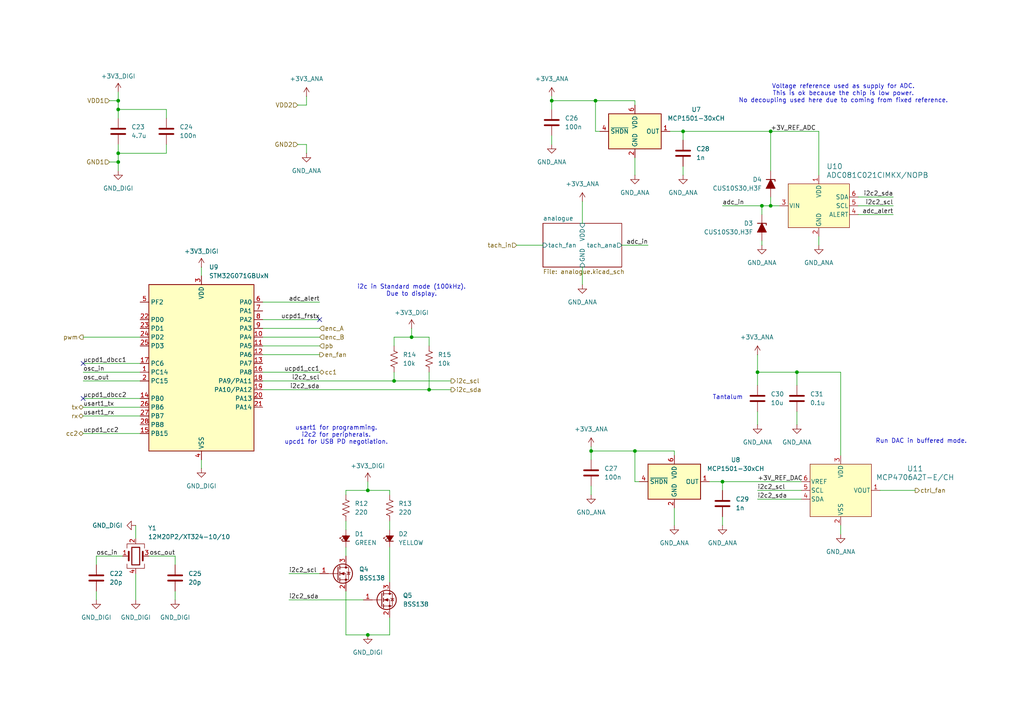
<source format=kicad_sch>
(kicad_sch (version 20231120) (generator "eeschema") (generator_version "8.0")
  (paper "A4")
  (lib_symbols
    (symbol "Device:C" (pin_numbers hide) (pin_names (offset 0.254))
      (property "Reference" "C" (at 0.635 2.54 0))
      (property "Value" "C" (at 0.635 -2.54 0))
      (symbol "C_0_1"
        (polyline (pts (xy -2.032 -0.762) (xy 2.032 -0.762)) (stroke (width 0.508)))
        (polyline (pts (xy -2.032 0.762) (xy 2.032 0.762)) (stroke (width 0.508)))
      )
      (symbol "C_1_1"
        (pin passive line (at 0 3.81 270) (length 2.794) (name "~") (number "1"))
        (pin passive line (at 0 -3.81 90) (length 2.794) (name "~") (number "2"))
      )
    )
    (symbol "Device:Crystal_GND24" (pin_names (offset 1.016) hide)
      (property "Reference" "Y" (at 3.175 5.08 0))
      (property "Value" "Crystal_GND24" (at 3.175 3.175 0))
      (symbol "Crystal_GND24_0_1"
        (rectangle (start -1.143 2.54) (end 1.143 -2.54) (stroke (width 0.3048)))
        (polyline (pts (xy -2.54 0) (xy -2.032 0)))
        (polyline (pts (xy -2.032 -1.27) (xy -2.032 1.27)) (stroke (width 0.508)))
        (polyline (pts (xy 0 -3.81) (xy 0 -3.556)))
        (polyline (pts (xy 0 3.556) (xy 0 3.81)))
        (polyline (pts (xy 2.032 -1.27) (xy 2.032 1.27)) (stroke (width 0.508)))
        (polyline (pts (xy 2.032 0) (xy 2.54 0)))
        (polyline (pts (xy -2.54 -2.286) (xy -2.54 -3.556) (xy 2.54 -3.556) (xy 2.54 -2.286)))
        (polyline (pts (xy -2.54 2.286) (xy -2.54 3.556) (xy 2.54 3.556) (xy 2.54 2.286)))
      )
      (symbol "Crystal_GND24_1_1"
        (pin passive line (at -3.81 0 0) (length 1.27) (name "1") (number "1"))
        (pin passive line (at 0 5.08 270) (length 1.27) (name "2") (number "2"))
        (pin passive line (at 3.81 0 180) (length 1.27) (name "3") (number "3"))
        (pin passive line (at 0 -5.08 90) (length 1.27) (name "4") (number "4"))
      )
    )
    (symbol "Device:D_Zener_Filled" (pin_numbers hide) (pin_names (offset 1.016) hide)
      (property "Reference" "D" (at 0 2.54 0))
      (property "Value" "D_Zener_Filled" (at 0 -2.54 0))
      (symbol "D_Zener_Filled_0_1"
        (polyline (pts (xy 1.27 0) (xy -1.27 0)))
        (polyline (pts (xy -1.27 -1.27) (xy -1.27 1.27) (xy -0.762 1.27)) (stroke (width 0.254)))
        (polyline (pts (xy 1.27 -1.27) (xy 1.27 1.27) (xy -1.27 0) (xy 1.27 -1.27)) (stroke (width 0.254)) (fill (type outline)))
      )
      (symbol "D_Zener_Filled_1_1"
        (pin passive line (at -3.81 0 0) (length 2.54) (name "K") (number "1"))
        (pin passive line (at 3.81 0 180) (length 2.54) (name "A") (number "2"))
      )
    )
    (symbol "Device:LED_Small_Filled" (pin_numbers hide) (pin_names (offset 0.254) hide)
      (property "Reference" "D" (at -1.27 3.175 0))
      (property "Value" "LED_Small_Filled" (at -4.445 -2.54 0))
      (symbol "LED_Small_Filled_0_1"
        (polyline (pts (xy -0.762 -1.016) (xy -0.762 1.016)) (stroke (width 0.254)))
        (polyline (pts (xy 1.016 0) (xy -0.762 0)))
        (polyline (pts (xy 0.762 -1.016) (xy -0.762 0) (xy 0.762 1.016) (xy 0.762 -1.016)) (stroke (width 0.254)) (fill (type outline)))
        (polyline (pts (xy 0 0.762) (xy -0.508 1.27) (xy -0.254 1.27) (xy -0.508 1.27) (xy -0.508 1.016)))
        (polyline (pts (xy 0.508 1.27) (xy 0 1.778) (xy 0.254 1.778) (xy 0 1.778) (xy 0 1.524)))
      )
      (symbol "LED_Small_Filled_1_1"
        (pin passive line (at -2.54 0 0) (length 1.778) (name "K") (number "1"))
        (pin passive line (at 2.54 0 180) (length 1.778) (name "A") (number "2"))
      )
    )
    (symbol "Device:R_US" (pin_numbers hide) (pin_names (offset 0))
      (property "Reference" "R" (at 2.54 0 90))
      (property "Value" "R_US" (at -2.54 0 90))
      (symbol "R_US_0_1"
        (polyline (pts (xy 0 -2.286) (xy 0 -2.54)))
        (polyline (pts (xy 0 2.286) (xy 0 2.54)))
        (polyline (pts (xy 0 -0.762) (xy 1.016 -1.143) (xy 0 -1.524) (xy -1.016 -1.905) (xy 0 -2.286)))
        (polyline (pts (xy 0 0.762) (xy 1.016 0.381) (xy 0 0) (xy -1.016 -0.381) (xy 0 -0.762)))
        (polyline (pts (xy 0 2.286) (xy 1.016 1.905) (xy 0 1.524) (xy -1.016 1.143) (xy 0 0.762)))
      )
      (symbol "R_US_1_1"
        (pin passive line (at 0 3.81 270) (length 1.27) (name "~") (number "1"))
        (pin passive line (at 0 -3.81 90) (length 1.27) (name "~") (number "2"))
      )
    )
    (symbol "MCU_ST_STM32G0:STM32G071GBUxN"
      (property "Reference" "U" (at -15.24 26.67 0))
      (property "Value" "STM32G071GBUxN" (at 2.54 26.67 0))
      (symbol "STM32G071GBUxN_0_1"
        (rectangle (start -15.24 -22.86) (end 15.24 25.4) (stroke (width 0.254)) (fill (type background)))
      )
      (symbol "STM32G071GBUxN_1_1"
        (pin bidirectional line (at -17.78 0 0) (length 2.54) (name "PC14") (number "1"))
        (pin bidirectional line (at 17.78 10.16 180) (length 2.54) (name "PA4") (number "10"))
        (pin bidirectional line (at 17.78 7.62 180) (length 2.54) (name "PA5") (number "11"))
        (pin bidirectional line (at 17.78 5.08 180) (length 2.54) (name "PA6") (number "12"))
        (pin bidirectional line (at 17.78 2.54 180) (length 2.54) (name "PA7") (number "13"))
        (pin bidirectional line (at -17.78 -7.62 0) (length 2.54) (name "PB0") (number "14"))
        (pin bidirectional line (at -17.78 -17.78 0) (length 2.54) (name "PB15") (number "15"))
        (pin bidirectional line (at 17.78 0 180) (length 2.54) (name "PA8") (number "16"))
        (pin bidirectional line (at -17.78 2.54 0) (length 2.54) (name "PC6") (number "17"))
        (pin bidirectional line (at 17.78 -2.54 180) (length 2.54) (name "PA9/PA11") (number "18"))
        (pin bidirectional line (at 17.78 -5.08 180) (length 2.54) (name "PA10/PA12") (number "19"))
        (pin bidirectional line (at -17.78 -2.54 0) (length 2.54) (name "PC15") (number "2"))
        (pin bidirectional line (at 17.78 -7.62 180) (length 2.54) (name "PA13") (number "20"))
        (pin bidirectional line (at 17.78 -10.16 180) (length 2.54) (name "PA14") (number "21"))
        (pin bidirectional line (at -17.78 15.24 0) (length 2.54) (name "PD0") (number "22"))
        (pin bidirectional line (at -17.78 12.7 0) (length 2.54) (name "PD1") (number "23"))
        (pin bidirectional line (at -17.78 10.16 0) (length 2.54) (name "PD2") (number "24"))
        (pin bidirectional line (at -17.78 7.62 0) (length 2.54) (name "PD3") (number "25"))
        (pin bidirectional line (at -17.78 -10.16 0) (length 2.54) (name "PB6") (number "26"))
        (pin bidirectional line (at -17.78 -12.7 0) (length 2.54) (name "PB7") (number "27"))
        (pin bidirectional line (at -17.78 -15.24 0) (length 2.54) (name "PB8") (number "28"))
        (pin power_in line (at 0 27.94 270) (length 2.54) (name "VDD") (number "3"))
        (pin power_in line (at 0 -25.4 90) (length 2.54) (name "VSS") (number "4"))
        (pin bidirectional line (at -17.78 20.32 0) (length 2.54) (name "PF2") (number "5"))
        (pin bidirectional line (at 17.78 20.32 180) (length 2.54) (name "PA0") (number "6"))
        (pin bidirectional line (at 17.78 17.78 180) (length 2.54) (name "PA1") (number "7"))
        (pin bidirectional line (at 17.78 15.24 180) (length 2.54) (name "PA2") (number "8"))
        (pin bidirectional line (at 17.78 12.7 180) (length 2.54) (name "PA3") (number "9"))
      )
    )
    (symbol "Reference_Voltage:MCP1501-30xCH"
      (property "Reference" "U" (at -6.35 6.35 0))
      (property "Value" "MCP1501-30xCH" (at 10.16 6.35 0))
      (symbol "MCP1501-30xCH_0_0"
        (pin power_out line (at 10.16 0 180) (length 2.54) (name "OUT") (number "1"))
        (pin power_in line (at 0 -7.62 90) (length 2.54) (name "GND") (number "2"))
        (pin passive line (at 0 -7.62 90) (length 2.54) hide (name "GND") (number "3"))
        (pin input line (at -10.16 0 0) (length 2.54) (name "~{SHDN}") (number "4"))
        (pin passive line (at 0 -7.62 90) (length 2.54) hide (name "GND") (number "5"))
        (pin power_in line (at 0 7.62 270) (length 2.54) (name "VDD") (number "6"))
      )
      (symbol "MCP1501-30xCH_0_1"
        (rectangle (start -7.62 5.08) (end 7.62 -5.08) (stroke (width 0.254)) (fill (type background)))
      )
    )
    (symbol "Transistor_FET:BSS138" (pin_names hide)
      (property "Reference" "Q" (at 5.08 1.905 0))
      (property "Value" "BSS138" (at 5.08 0 0))
      (symbol "BSS138_0_1"
        (polyline (pts (xy 0.254 0) (xy -2.54 0)))
        (polyline (pts (xy 0.254 1.905) (xy 0.254 -1.905)) (stroke (width 0.254)))
        (polyline (pts (xy 0.762 -1.27) (xy 0.762 -2.286)) (stroke (width 0.254)))
        (polyline (pts (xy 0.762 0.508) (xy 0.762 -0.508)) (stroke (width 0.254)))
        (polyline (pts (xy 0.762 2.286) (xy 0.762 1.27)) (stroke (width 0.254)))
        (polyline (pts (xy 2.54 2.54) (xy 2.54 1.778)))
        (polyline (pts (xy 2.54 -2.54) (xy 2.54 0) (xy 0.762 0)))
        (polyline (pts (xy 0.762 -1.778) (xy 3.302 -1.778) (xy 3.302 1.778) (xy 0.762 1.778)))
        (polyline (pts (xy 1.016 0) (xy 2.032 0.381) (xy 2.032 -0.381) (xy 1.016 0)) (fill (type outline)))
        (polyline (pts (xy 2.794 0.508) (xy 2.921 0.381) (xy 3.683 0.381) (xy 3.81 0.254)))
        (polyline (pts (xy 3.302 0.381) (xy 2.921 -0.254) (xy 3.683 -0.254) (xy 3.302 0.381)))
        (circle (center 1.651 0) (radius 2.794) (stroke (width 0.254)))
        (circle (center 2.54 -1.778) (radius 0.254) (fill (type outline)))
        (circle (center 2.54 1.778) (radius 0.254) (fill (type outline)))
      )
      (symbol "BSS138_1_1"
        (pin input line (at -5.08 0 0) (length 2.54) (name "G") (number "1"))
        (pin passive line (at 2.54 -5.08 90) (length 2.54) (name "S") (number "2"))
        (pin passive line (at 2.54 5.08 270) (length 2.54) (name "D") (number "3"))
      )
    )
    (symbol "power:+3V3" (power) (pin_numbers hide) (pin_names (offset 0) hide)
      (property "Value" "+3V3" (at 0 3.556 0))
      (symbol "+3V3_0_1"
        (polyline (pts (xy -0.762 1.27) (xy 0 2.54)))
        (polyline (pts (xy 0 0) (xy 0 2.54)))
        (polyline (pts (xy 0 2.54) (xy 0.762 1.27)))
      )
      (symbol "+3V3_1_1"
        (pin power_in line (at 0 0 90) (length 0) (name "~") (number "1"))
      )
    )
    (symbol "power:GND" (power) (pin_numbers hide) (pin_names (offset 0) hide)
      (property "Value" "GND" (at 0 -3.81 0))
      (symbol "GND_0_1"
        (polyline (pts (xy 0 0) (xy 0 -1.27) (xy 1.27 -1.27) (xy 0 -2.54) (xy -1.27 -1.27) (xy 0 -1.27)))
      )
      (symbol "GND_1_1"
        (pin power_in line (at 0 0 270) (length 0) (name "~") (number "1"))
      )
    )
    (symbol "proj_symbols:ADC081C021CIMKX_NOPB" (pin_names (offset 0.254))
      (property "Reference" "U?" (at 1.778 11.43 0))
      (property "Value" "ADC081C021CIMKX/NOPB" (at 1.778 8.89 0))
      (symbol "ADC081C021CIMKX_NOPB_0_1"
        (pin power_in line (at 0 8.89 270) (length 2.54) (name "VDD") (number "1"))
        (pin power_in line (at 0 -8.89 90) (length 2.54) (name "GND") (number "2"))
        (pin input line (at -11.43 0 0) (length 2.54) (name "VIN") (number "3"))
        (pin output line (at 11.43 -2.54 180) (length 2.54) (name "ALERT") (number "4"))
        (pin input line (at 11.43 0 180) (length 2.54) (name "SCL") (number "5"))
        (pin bidirectional line (at 11.43 2.54 180) (length 2.54) (name "SDA") (number "6"))
      )
      (symbol "ADC081C021CIMKX_NOPB_1_1"
        (rectangle (start -8.89 6.35) (end 8.89 -6.35) (fill (type background)))
      )
    )
    (symbol "proj_symbols:MCP4706A2T-E_CH" (pin_names (offset 0.254))
      (property "Reference" "U?" (at 2.54 12.192 0))
      (property "Value" "MCP4706A2T-E/CH" (at 2.54 9.398 0))
      (symbol "MCP4706A2T-E_CH_0_1"
        (pin output line (at 11.43 0 180) (length 2.54) (name "VOUT") (number "1"))
        (pin power_in line (at 0 -10.16 90) (length 2.54) (name "VSS") (number "2"))
        (pin power_in line (at 0 10.16 270) (length 2.54) (name "VDD") (number "3"))
      )
      (symbol "MCP4706A2T-E_CH_1_1"
        (rectangle (start -8.89 7.62) (end 8.89 -7.62) (fill (type background)))
        (pin bidirectional line (at -11.43 -2.54 0) (length 2.54) (name "SDA") (number "4"))
        (pin input line (at -11.43 0 0) (length 2.54) (name "SCL") (number "5"))
        (pin input line (at -11.43 2.54 0) (length 2.54) (name "VREF") (number "6"))
      )
    )
  )
  (junction (at 171.45 130.81))
  (junction (at 231.14 107.95))
  (junction (at 119.38 97.79))
  (junction (at 160.02 29.21))
  (junction (at 34.29 31.75))
  (junction (at 34.29 44.45))
  (junction (at 34.29 29.21))
  (junction (at 219.71 107.95))
  (junction (at 209.55 139.7))
  (junction (at 220.98 59.69))
  (junction (at 124.46 113.03))
  (junction (at 223.52 38.1))
  (junction (at 198.12 38.1))
  (junction (at 114.3 110.49))
  (junction (at 184.15 130.81))
  (junction (at 106.68 184.15))
  (junction (at 172.72 29.21))
  (junction (at 106.68 142.24))
  (junction (at 34.29 46.99))
  (junction (at 223.52 59.69))
  (no_connect (at 24.13 115.57))
  (no_connect (at 92.71 92.71))
  (no_connect (at 24.13 105.41))
  (wire (pts (xy 114.3 107.95) (xy 114.3 110.49)))
  (wire (pts (xy 76.2 113.03) (xy 124.46 113.03)))
  (wire (pts (xy 100.33 158.75) (xy 100.33 161.29)))
  (wire (pts (xy 48.26 31.75) (xy 48.26 34.29)))
  (wire (pts (xy 195.58 130.81) (xy 195.58 132.08)))
  (wire (pts (xy 76.2 102.87) (xy 92.71 102.87)))
  (wire (pts (xy 34.29 31.75) (xy 48.26 31.75)))
  (wire (pts (xy 223.52 38.1) (xy 237.49 38.1)))
  (wire (pts (xy 24.13 107.95) (xy 40.64 107.95)))
  (wire (pts (xy 198.12 38.1) (xy 223.52 38.1)))
  (wire (pts (xy 83.82 173.99) (xy 105.41 173.99)))
  (wire (pts (xy 39.37 166.37) (xy 39.37 173.99)))
  (wire (pts (xy 220.98 59.69) (xy 220.98 62.23)))
  (wire (pts (xy 88.9 41.91) (xy 88.9 44.45)))
  (wire (pts (xy 209.55 139.7) (xy 209.55 142.24)))
  (wire (pts (xy 34.29 29.21) (xy 34.29 31.75)))
  (wire (pts (xy 184.15 139.7) (xy 184.15 130.81)))
  (wire (pts (xy 223.52 57.15) (xy 223.52 59.69)))
  (wire (pts (xy 168.91 58.42) (xy 168.91 64.77)))
  (wire (pts (xy 223.52 59.69) (xy 226.06 59.69)))
  (wire (pts (xy 113.03 151.13) (xy 113.03 153.67)))
  (wire (pts (xy 76.2 97.79) (xy 92.71 97.79)))
  (wire (pts (xy 35.56 161.29) (xy 27.94 161.29)))
  (wire (pts (xy 100.33 143.51) (xy 100.33 142.24)))
  (wire (pts (xy 248.92 57.15) (xy 259.08 57.15)))
  (wire (pts (xy 86.36 41.91) (xy 88.9 41.91)))
  (wire (pts (xy 180.34 71.12) (xy 187.96 71.12)))
  (wire (pts (xy 223.52 38.1) (xy 223.52 49.53)))
  (wire (pts (xy 76.2 107.95) (xy 92.71 107.95)))
  (wire (pts (xy 231.14 107.95) (xy 243.84 107.95)))
  (wire (pts (xy 76.2 87.63) (xy 92.71 87.63)))
  (wire (pts (xy 160.02 29.21) (xy 172.72 29.21)))
  (wire (pts (xy 149.86 71.12) (xy 157.48 71.12)))
  (wire (pts (xy 58.42 133.35) (xy 58.42 135.89)))
  (wire (pts (xy 113.03 179.07) (xy 113.03 184.15)))
  (wire (pts (xy 248.92 62.23) (xy 259.08 62.23)))
  (wire (pts (xy 160.02 29.21) (xy 160.02 31.75)))
  (wire (pts (xy 209.55 139.7) (xy 232.41 139.7)))
  (wire (pts (xy 76.2 100.33) (xy 92.71 100.33)))
  (wire (pts (xy 31.75 29.21) (xy 34.29 29.21)))
  (wire (pts (xy 24.13 110.49) (xy 40.64 110.49)))
  (wire (pts (xy 34.29 44.45) (xy 34.29 46.99)))
  (wire (pts (xy 220.98 69.85) (xy 220.98 71.12)))
  (wire (pts (xy 219.71 107.95) (xy 231.14 107.95)))
  (wire (pts (xy 219.71 119.38) (xy 219.71 123.19)))
  (wire (pts (xy 34.29 46.99) (xy 34.29 49.53)))
  (wire (pts (xy 34.29 31.75) (xy 34.29 34.29)))
  (wire (pts (xy 114.3 97.79) (xy 114.3 100.33)))
  (wire (pts (xy 231.14 119.38) (xy 231.14 123.19)))
  (wire (pts (xy 119.38 97.79) (xy 124.46 97.79)))
  (wire (pts (xy 58.42 77.47) (xy 58.42 80.01)))
  (wire (pts (xy 255.27 142.24) (xy 265.43 142.24)))
  (wire (pts (xy 184.15 130.81) (xy 195.58 130.81)))
  (wire (pts (xy 83.82 166.37) (xy 92.71 166.37)))
  (wire (pts (xy 27.94 161.29) (xy 27.94 163.83)))
  (wire (pts (xy 195.58 147.32) (xy 195.58 152.4)))
  (wire (pts (xy 243.84 107.95) (xy 243.84 132.08)))
  (wire (pts (xy 237.49 38.1) (xy 237.49 50.8)))
  (wire (pts (xy 184.15 29.21) (xy 184.15 30.48)))
  (wire (pts (xy 100.33 142.24) (xy 106.68 142.24)))
  (wire (pts (xy 50.8 161.29) (xy 50.8 163.83)))
  (wire (pts (xy 34.29 26.67) (xy 34.29 29.21)))
  (wire (pts (xy 237.49 68.58) (xy 237.49 71.12)))
  (wire (pts (xy 219.71 144.78) (xy 232.41 144.78)))
  (wire (pts (xy 76.2 95.25) (xy 92.71 95.25)))
  (wire (pts (xy 88.9 27.94) (xy 88.9 30.48)))
  (wire (pts (xy 106.68 184.15) (xy 113.03 184.15)))
  (wire (pts (xy 114.3 110.49) (xy 130.81 110.49)))
  (wire (pts (xy 173.99 38.1) (xy 172.72 38.1)))
  (wire (pts (xy 106.68 139.7) (xy 106.68 142.24)))
  (wire (pts (xy 124.46 107.95) (xy 124.46 113.03)))
  (wire (pts (xy 231.14 107.95) (xy 231.14 111.76)))
  (wire (pts (xy 43.18 161.29) (xy 50.8 161.29)))
  (wire (pts (xy 24.13 115.57) (xy 40.64 115.57)))
  (wire (pts (xy 185.42 139.7) (xy 184.15 139.7)))
  (wire (pts (xy 34.29 41.91) (xy 34.29 44.45)))
  (wire (pts (xy 24.13 105.41) (xy 40.64 105.41)))
  (wire (pts (xy 124.46 97.79) (xy 124.46 100.33)))
  (wire (pts (xy 27.94 171.45) (xy 27.94 173.99)))
  (wire (pts (xy 243.84 152.4) (xy 243.84 154.94)))
  (wire (pts (xy 113.03 142.24) (xy 113.03 143.51)))
  (wire (pts (xy 86.36 30.48) (xy 88.9 30.48)))
  (wire (pts (xy 219.71 102.87) (xy 219.71 107.95)))
  (wire (pts (xy 24.13 125.73) (xy 40.64 125.73)))
  (wire (pts (xy 24.13 118.11) (xy 40.64 118.11)))
  (wire (pts (xy 124.46 113.03) (xy 130.81 113.03)))
  (wire (pts (xy 171.45 130.81) (xy 171.45 133.35)))
  (wire (pts (xy 171.45 140.97) (xy 171.45 143.51)))
  (wire (pts (xy 171.45 130.81) (xy 184.15 130.81)))
  (wire (pts (xy 248.92 59.69) (xy 259.08 59.69)))
  (wire (pts (xy 106.68 142.24) (xy 113.03 142.24)))
  (wire (pts (xy 50.8 171.45) (xy 50.8 173.99)))
  (wire (pts (xy 160.02 27.94) (xy 160.02 29.21)))
  (wire (pts (xy 100.33 171.45) (xy 100.33 184.15)))
  (wire (pts (xy 100.33 184.15) (xy 106.68 184.15)))
  (wire (pts (xy 172.72 29.21) (xy 184.15 29.21)))
  (wire (pts (xy 39.37 152.4) (xy 39.37 156.21)))
  (wire (pts (xy 219.71 142.24) (xy 232.41 142.24)))
  (wire (pts (xy 24.13 97.79) (xy 40.64 97.79)))
  (wire (pts (xy 100.33 151.13) (xy 100.33 153.67)))
  (wire (pts (xy 119.38 95.25) (xy 119.38 97.79)))
  (wire (pts (xy 172.72 38.1) (xy 172.72 29.21)))
  (wire (pts (xy 48.26 41.91) (xy 48.26 44.45)))
  (wire (pts (xy 205.74 139.7) (xy 209.55 139.7)))
  (wire (pts (xy 76.2 110.49) (xy 114.3 110.49)))
  (wire (pts (xy 168.91 77.47) (xy 168.91 82.55)))
  (wire (pts (xy 220.98 59.69) (xy 223.52 59.69)))
  (wire (pts (xy 34.29 44.45) (xy 48.26 44.45)))
  (wire (pts (xy 113.03 158.75) (xy 113.03 168.91)))
  (wire (pts (xy 31.75 46.99) (xy 34.29 46.99)))
  (wire (pts (xy 24.13 120.65) (xy 40.64 120.65)))
  (wire (pts (xy 194.31 38.1) (xy 198.12 38.1)))
  (wire (pts (xy 198.12 38.1) (xy 198.12 40.64)))
  (wire (pts (xy 160.02 39.37) (xy 160.02 41.91)))
  (wire (pts (xy 209.55 59.69) (xy 220.98 59.69)))
  (wire (pts (xy 171.45 129.54) (xy 171.45 130.81)))
  (wire (pts (xy 184.15 45.72) (xy 184.15 50.8)))
  (wire (pts (xy 209.55 149.86) (xy 209.55 152.4)))
  (wire (pts (xy 114.3 97.79) (xy 119.38 97.79)))
  (wire (pts (xy 198.12 48.26) (xy 198.12 50.8)))
  (wire (pts (xy 76.2 92.71) (xy 92.71 92.71)))
  (wire (pts (xy 219.71 107.95) (xy 219.71 111.76)))
  (text "Run DAC in buffered mode." (at 267.208 128.016 0) (effects (font (size 1.27 1.27))))
  (text "Tantalum" (at 211.074 115.316 0) (effects (font (size 1.27 1.27))))
  (text "i2c in Standard mode (100kHz).\nDue to display." (at 119.38 84.328 0) (effects (font (size 1.27 1.27))))
  (text "usart1 for programming.\ni2c2 for peripherals.\nupcd1 for USB PD negotiation." (at 97.536 126.238 0) (effects (font (size 1.27 1.27))))
  (text "Voltage reference used as supply for ADC.\nThis is ok because the chip is low power.\nNo decoupling used here due to coming from fixed reference." (at 244.602 27.178 0) (effects (font (size 1.27 1.27))))
  (label "adc_alert" (at 259.08 62.23 180))
  (label "usart1_rx" (at 24.13 120.65 0))
  (label "ucpd1_frstx" (at 92.71 92.71 180))
  (label "i2c2_sda" (at 219.71 144.78 0))
  (label "osc_in" (at 24.13 107.95 0))
  (label "ucpd1_dbcc1" (at 24.13 105.41 0))
  (label "ucpd1_cc1" (at 92.71 107.95 180))
  (label "usart1_tx" (at 24.13 118.11 0))
  (label "osc_out" (at 24.13 110.49 0))
  (label "osc_in" (at 27.94 161.29 0))
  (label "i2c2_sda" (at 83.82 173.99 0))
  (label "i2c2_scl" (at 219.71 142.24 0))
  (label "i2c2_scl" (at 259.08 59.69 180))
  (label "i2c2_sda" (at 259.08 57.15 180))
  (label "adc_in" (at 187.96 71.12 180))
  (label "adc_alert" (at 92.71 87.63 180))
  (label "i2c2_sda" (at 92.71 113.03 180))
  (label "ucpd1_dbcc2" (at 24.13 115.57 0))
  (label "+3V_REF_ADC" (at 223.52 38.1 0))
  (label "adc_in" (at 209.55 59.69 0))
  (label "ucpd1_cc2" (at 24.13 125.73 0))
  (label "+3V_REF_DAC" (at 219.71 139.7 0))
  (label "i2c2_scl" (at 83.82 166.37 0))
  (label "osc_out" (at 50.8 161.29 180))
  (label "i2c2_scl" (at 92.71 110.49 180))
  (hierarchical_label "en_fan" (shape output) (at 92.71 102.87 0))
  (hierarchical_label "GND2" (shape input) (at 86.36 41.91 180))
  (hierarchical_label "i2c_scl" (shape output) (at 130.81 110.49 0))
  (hierarchical_label "i2c_sda" (shape output) (at 130.81 113.03 0))
  (hierarchical_label "tach_in" (shape input) (at 149.86 71.12 180))
  (hierarchical_label "VDD1" (shape input) (at 31.75 29.21 180))
  (hierarchical_label "GND1" (shape input) (at 31.75 46.99 180))
  (hierarchical_label "enc_B" (shape input) (at 92.71 97.79 0))
  (hierarchical_label "pwm" (shape output) (at 24.13 97.79 180))
  (hierarchical_label "VDD2" (shape input) (at 86.36 30.48 180))
  (hierarchical_label "ctrl_fan" (shape output) (at 265.43 142.24 0))
  (hierarchical_label "cc2" (shape bidirectional) (at 24.13 125.73 180))
  (hierarchical_label "rx" (shape bidirectional) (at 24.13 120.65 180))
  (hierarchical_label "enc_A" (shape input) (at 92.71 95.25 0))
  (hierarchical_label "pb" (shape input) (at 92.71 100.33 0))
  (hierarchical_label "cc1" (shape bidirectional) (at 92.71 107.95 0))
  (hierarchical_label "tx" (shape bidirectional) (at 24.13 118.11 180))
  (symbol (lib_id "Transistor_FET:BSS138") (at 110.49 173.99 0) (unit 1)
    (property "Reference" "Q5" (at 116.84 172.7199 0) (effects (justify left)))
    (property "Value" "BSS138" (at 116.84 175.2599 0) (effects (justify left)))
    (property "Footprint" "Package_TO_SOT_SMD:SOT-23" (effects (hide yes)))
    (property "Datasheet" "https://www.onsemi.com/pub/Collateral/BSS138-D.PDF" (effects (hide yes)))
    (property "Description" "50V Vds, 0.22A Id, N-Channel MOSFET, SOT-23" (effects (hide yes)))
  )
  (symbol (lib_id "Reference_Voltage:MCP1501-30xCH") (at 184.15 38.1 0) (unit 1)
    (property "Reference" "U7" (at 201.93 31.7814 0))
    (property "Value" "MCP1501-30xCH" (at 201.93 34.3214 0))
    (property "Footprint" "Package_TO_SOT_SMD:SOT-23-6" (effects (hide yes)))
    (property "Datasheet" "http://ww1.microchip.com/downloads/en/DeviceDoc/20005474E.pdf" (effects (hide yes)))
    (property "Description" "3V, 0.1%, 20mA, Precision Voltage Reference, SOT-23-6" (effects (hide yes)))
  )
  (symbol (lib_id "power:GND") (at 39.37 173.99 0) (unit 1)
    (property "Reference" "#PWR019" (effects (hide yes)))
    (property "Value" "GND_DIGI" (at 39.37 179.07 0))
    (property "Description" "Power symbol creates a global label with name \"GND\" , ground" (effects (hide yes)))
  )
  (symbol (lib_id "Device:R_US") (at 100.33 147.32 0) (unit 1)
    (property "Reference" "R12" (at 102.87 146.0499 0) (effects (justify left)))
    (property "Value" "220" (at 102.87 148.5899 0) (effects (justify left)))
    (property "Description" "Resistor, US symbol" (effects (hide yes)))
  )
  (symbol (lib_id "power:+3V3") (at 88.9 27.94 0) (unit 1)
    (property "Reference" "#PWR010" (effects (hide yes)))
    (property "Value" "+3V3_ANA" (at 88.9 22.86 0))
    (property "Description" "Power symbol creates a global label with name \"+3V3\"" (effects (hide yes)))
  )
  (symbol (lib_id "MCU_ST_STM32G0:STM32G071GBUxN") (at 58.42 107.95 0) (unit 1)
    (property "Reference" "U9" (at 60.6141 77.47 0) (effects (justify left)))
    (property "Value" "STM32G071GBUxN" (at 60.6141 80.01 0) (effects (justify left)))
    (property "Footprint" "Package_DFN_QFN:QFN-28_4x4mm_P0.5mm" (effects (hide yes)))
    (property "Datasheet" "https://www.st.com/resource/en/datasheet/stm32g071gb.pdf" (effects (hide yes)))
    (property "Description" "STMicroelectronics Arm Cortex-M0+ MCU, 128KB flash, 36KB RAM, 64 MHz, 1.7-3.6V, 26 GPIO, UFQFPN28" (effects (hide yes)))
  )
  (symbol (lib_id "power:+3V3") (at 171.45 129.54 0) (unit 1)
    (property "Reference" "#PWR045" (effects (hide yes)))
    (property "Value" "+3V3_ANA" (at 171.45 124.46 0))
    (property "Description" "Power symbol creates a global label with name \"+3V3\"" (effects (hide yes)))
  )
  (symbol (lib_id "Transistor_FET:BSS138") (at 97.79 166.37 0) (unit 1)
    (property "Reference" "Q4" (at 104.14 165.0999 0) (effects (justify left)))
    (property "Value" "BSS138" (at 104.14 167.6399 0) (effects (justify left)))
    (property "Footprint" "Package_TO_SOT_SMD:SOT-23" (effects (hide yes)))
    (property "Datasheet" "https://www.onsemi.com/pub/Collateral/BSS138-D.PDF" (effects (hide yes)))
    (property "Description" "50V Vds, 0.22A Id, N-Channel MOSFET, SOT-23" (effects (hide yes)))
  )
  (symbol (lib_id "power:GND") (at 220.98 71.12 0) (unit 1)
    (property "Reference" "#PWR092" (effects (hide yes)))
    (property "Value" "GND_ANA" (at 220.98 76.2 0))
    (property "Description" "Power symbol creates a global label with name \"GND\" , ground" (effects (hide yes)))
  )
  (symbol (lib_id "Device:C") (at 198.12 44.45 180) (unit 1)
    (property "Reference" "C28" (at 201.93 43.1799 0) (effects (justify right)))
    (property "Value" "1n" (at 201.93 45.7199 0) (effects (justify right)))
    (property "Description" "Unpolarized capacitor" (effects (hide yes)))
  )
  (symbol (lib_id "Device:D_Zener_Filled") (at 220.98 66.04 270) (unit 1)
    (property "Reference" "D3" (at 218.44 64.7699 90) (effects (justify right)))
    (property "Value" "CUS10S30,H3F" (at 218.44 67.3099 90) (effects (justify right)))
    (property "Description" "Zener diode, filled shape" (effects (hide yes)))
  )
  (symbol (lib_id "Device:C") (at 231.14 115.57 180) (unit 1)
    (property "Reference" "C31" (at 234.95 114.2999 0) (effects (justify right)))
    (property "Value" "0.1u" (at 234.95 116.8399 0) (effects (justify right)))
    (property "Description" "Unpolarized capacitor" (effects (hide yes)))
  )
  (symbol (lib_id "Device:Crystal_GND24") (at 39.37 161.29 0) (unit 1)
    (property "Reference" "Y1" (at 42.926 153.162 0) (effects (justify left)))
    (property "Value" "12M20P2/XT324-10/10" (at 42.926 155.702 0) (effects (justify left)))
    (property "Description" "Four pin crystal, GND on pins 2 and 4" (effects (hide yes)))
  )
  (symbol (lib_id "Reference_Voltage:MCP1501-30xCH") (at 195.58 139.7 0) (unit 1)
    (property "Reference" "U8" (at 213.36 133.3814 0))
    (property "Value" "MCP1501-30xCH" (at 213.36 135.9214 0))
    (property "Footprint" "Package_TO_SOT_SMD:SOT-23-6" (effects (hide yes)))
    (property "Datasheet" "http://ww1.microchip.com/downloads/en/DeviceDoc/20005474E.pdf" (effects (hide yes)))
    (property "Description" "3V, 0.1%, 20mA, Precision Voltage Reference, SOT-23-6" (effects (hide yes)))
  )
  (symbol (lib_id "Device:C") (at 34.29 38.1 180) (unit 1)
    (property "Reference" "C23" (at 38.1 36.8299 0) (effects (justify right)))
    (property "Value" "4.7u" (at 38.1 39.3699 0) (effects (justify right)))
    (property "Description" "Unpolarized capacitor" (effects (hide yes)))
  )
  (symbol (lib_id "power:GND") (at 171.45 143.51 0) (unit 1)
    (property "Reference" "#PWR046" (effects (hide yes)))
    (property "Value" "GND_ANA" (at 171.45 148.59 0))
    (property "Description" "Power symbol creates a global label with name \"GND\" , ground" (effects (hide yes)))
  )
  (symbol (lib_id "Device:C") (at 171.45 137.16 180) (unit 1)
    (property "Reference" "C27" (at 175.26 135.8899 0) (effects (justify right)))
    (property "Value" "100n" (at 175.26 138.4299 0) (effects (justify right)))
    (property "Description" "Unpolarized capacitor" (effects (hide yes)))
  )
  (symbol (lib_id "Device:D_Zener_Filled") (at 223.52 53.34 270) (unit 1)
    (property "Reference" "D4" (at 220.98 52.0699 90) (effects (justify right)))
    (property "Value" "CUS10S30,H3F" (at 220.98 54.6099 90) (effects (justify right)))
    (property "Description" "Zener diode, filled shape" (effects (hide yes)))
  )
  (symbol (lib_id "power:GND") (at 219.71 123.19 0) (unit 1)
    (property "Reference" "#PWR097" (effects (hide yes)))
    (property "Value" "GND_ANA" (at 219.71 128.27 0))
    (property "Description" "Power symbol creates a global label with name \"GND\" , ground" (effects (hide yes)))
  )
  (symbol (lib_id "Device:R_US") (at 114.3 104.14 0) (unit 1)
    (property "Reference" "R14" (at 116.84 102.8699 0) (effects (justify left)))
    (property "Value" "10k" (at 116.84 105.4099 0) (effects (justify left)))
    (property "Description" "Resistor, US symbol" (effects (hide yes)))
  )
  (symbol (lib_id "power:GND") (at 243.84 154.94 0) (unit 1)
    (property "Reference" "#PWR07" (effects (hide yes)))
    (property "Value" "GND_ANA" (at 243.84 160.02 0))
    (property "Description" "Power symbol creates a global label with name \"GND\" , ground" (effects (hide yes)))
  )
  (symbol (lib_id "Device:C") (at 209.55 146.05 180) (unit 1)
    (property "Reference" "C29" (at 213.36 144.7799 0) (effects (justify right)))
    (property "Value" "1n" (at 213.36 147.3199 0) (effects (justify right)))
    (property "Description" "Unpolarized capacitor" (effects (hide yes)))
  )
  (symbol (lib_id "power:GND") (at 50.8 173.99 0) (unit 1)
    (property "Reference" "#PWR0113" (effects (hide yes)))
    (property "Value" "GND_DIGI" (at 50.8 179.07 0))
    (property "Description" "Power symbol creates a global label with name \"GND\" , ground" (effects (hide yes)))
  )
  (symbol (lib_id "power:+3V3") (at 119.38 95.25 0) (unit 1)
    (property "Reference" "#PWR047" (effects (hide yes)))
    (property "Value" "+3V3_DIGI" (at 119.38 90.678 0))
    (property "Description" "Power symbol creates a global label with name \"+3V3\"" (effects (hide yes)))
  )
  (symbol (lib_id "Device:LED_Small_Filled") (at 113.03 156.21 90) (unit 1)
    (property "Reference" "D2" (at 115.57 154.8764 90) (effects (justify right)))
    (property "Value" "YELLOW" (at 115.57 157.4164 90) (effects (justify right)))
    (property "Description" "Light emitting diode, small symbol, filled shape" (effects (hide yes)))
  )
  (symbol (lib_id "Device:C") (at 27.94 167.64 180) (unit 1)
    (property "Reference" "C22" (at 31.75 166.3699 0) (effects (justify right)))
    (property "Value" "20p" (at 31.75 168.9099 0) (effects (justify right)))
    (property "Description" "Unpolarized capacitor" (effects (hide yes)))
  )
  (symbol (lib_id "power:GND") (at 160.02 41.91 0) (unit 1)
    (property "Reference" "#PWR094" (effects (hide yes)))
    (property "Value" "GND_ANA" (at 160.02 46.99 0))
    (property "Description" "Power symbol creates a global label with name \"GND\" , ground" (effects (hide yes)))
  )
  (symbol (lib_id "power:GND") (at 168.91 82.55 0) (unit 1)
    (property "Reference" "#PWR038" (effects (hide yes)))
    (property "Value" "GND_ANA" (at 168.91 87.63 0))
    (property "Description" "Power symbol creates a global label with name \"GND\" , ground" (effects (hide yes)))
  )
  (symbol (lib_id "power:GND") (at 198.12 50.8 0) (unit 1)
    (property "Reference" "#PWR093" (effects (hide yes)))
    (property "Value" "GND_ANA" (at 198.12 55.88 0))
    (property "Description" "Power symbol creates a global label with name \"GND\" , ground" (effects (hide yes)))
  )
  (symbol (lib_id "Device:C") (at 219.71 115.57 180) (unit 1)
    (property "Reference" "C30" (at 223.52 114.2999 0) (effects (justify right)))
    (property "Value" "10u" (at 223.52 116.8399 0) (effects (justify right)))
    (property "Description" "Unpolarized capacitor" (effects (hide yes)))
  )
  (symbol (lib_id "proj_symbols:ADC081C021CIMKX_NOPB") (at 237.49 59.69 0) (unit 1)
    (property "Reference" "U10" (at 239.6841 48.26 0) (effects (font (size 1.524 1.524)) (justify left)))
    (property "Value" "ADC081C021CIMKX/NOPB" (at 239.6841 50.8 0) (effects (font (size 1.524 1.524)) (justify left)))
    (property "Footprint" "MK06A" (effects (hide yes)))
    (property "Datasheet" "ADC081C021CIMKX/NOPB" (effects (hide yes)))
  )
  (symbol (lib_id "power:GND") (at 106.68 184.15 0) (unit 1)
    (property "Reference" "#PWR0111" (effects (hide yes)))
    (property "Value" "GND_DIGI" (at 106.68 189.23 0))
    (property "Description" "Power symbol creates a global label with name \"GND\" , ground" (effects (hide yes)))
  )
  (symbol (lib_id "power:GND") (at 58.42 135.89 0) (unit 1)
    (property "Reference" "#PWR018" (effects (hide yes)))
    (property "Value" "GND_DIGI" (at 58.42 140.97 0))
    (property "Description" "Power symbol creates a global label with name \"GND\" , ground" (effects (hide yes)))
  )
  (symbol (lib_id "power:GND") (at 209.55 152.4 0) (unit 1)
    (property "Reference" "#PWR096" (effects (hide yes)))
    (property "Value" "GND_ANA" (at 209.55 157.48 0))
    (property "Description" "Power symbol creates a global label with name \"GND\" , ground" (effects (hide yes)))
  )
  (symbol (lib_id "Device:LED_Small_Filled") (at 100.33 156.21 90) (unit 1)
    (property "Reference" "D1" (at 102.87 154.8764 90) (effects (justify right)))
    (property "Value" "GREEN" (at 102.87 157.4164 90) (effects (justify right)))
    (property "Description" "Light emitting diode, small symbol, filled shape" (effects (hide yes)))
  )
  (symbol (lib_id "power:+3V3") (at 219.71 102.87 0) (unit 1)
    (property "Reference" "#PWR08" (effects (hide yes)))
    (property "Value" "+3V3_ANA" (at 214.63 97.79 0) (effects (justify left)))
    (property "Description" "Power symbol creates a global label with name \"+3V3\"" (effects (hide yes)))
  )
  (symbol (lib_id "power:GND") (at 88.9 44.45 0) (unit 1)
    (property "Reference" "#PWR011" (effects (hide yes)))
    (property "Value" "GND_ANA" (at 88.9 49.53 0))
    (property "Description" "Power symbol creates a global label with name \"GND\" , ground" (effects (hide yes)))
  )
  (symbol (lib_id "power:GND") (at 27.94 173.99 0) (unit 1)
    (property "Reference" "#PWR020" (effects (hide yes)))
    (property "Value" "GND_DIGI" (at 27.94 179.07 0))
    (property "Description" "Power symbol creates a global label with name \"GND\" , ground" (effects (hide yes)))
  )
  (symbol (lib_id "power:GND") (at 184.15 50.8 0) (unit 1)
    (property "Reference" "#PWR044" (effects (hide yes)))
    (property "Value" "GND_ANA" (at 184.15 55.88 0))
    (property "Description" "Power symbol creates a global label with name \"GND\" , ground" (effects (hide yes)))
  )
  (symbol (lib_id "power:+3V3") (at 160.02 27.94 0) (unit 1)
    (property "Reference" "#PWR031" (effects (hide yes)))
    (property "Value" "+3V3_ANA" (at 160.02 22.86 0))
    (property "Description" "Power symbol creates a global label with name \"+3V3\"" (effects (hide yes)))
  )
  (symbol (lib_id "power:+3V3") (at 168.91 58.42 0) (unit 1)
    (property "Reference" "#PWR037" (effects (hide yes)))
    (property "Value" "+3V3_ANA" (at 168.91 53.34 0))
    (property "Description" "Power symbol creates a global label with name \"+3V3\"" (effects (hide yes)))
  )
  (symbol (lib_id "power:GND") (at 195.58 152.4 0) (unit 1)
    (property "Reference" "#PWR095" (effects (hide yes)))
    (property "Value" "GND_ANA" (at 195.58 157.48 0))
    (property "Description" "Power symbol creates a global label with name \"GND\" , ground" (effects (hide yes)))
  )
  (symbol (lib_id "power:GND") (at 237.49 71.12 0) (unit 1)
    (property "Reference" "#PWR043" (effects (hide yes)))
    (property "Value" "GND_ANA" (at 237.49 76.2 0))
    (property "Description" "Power symbol creates a global label with name \"GND\" , ground" (effects (hide yes)))
  )
  (symbol (lib_id "Device:R_US") (at 113.03 147.32 0) (unit 1)
    (property "Reference" "R13" (at 115.57 146.0499 0) (effects (justify left)))
    (property "Value" "220" (at 115.57 148.5899 0) (effects (justify left)))
    (property "Description" "Resistor, US symbol" (effects (hide yes)))
  )
  (symbol (lib_id "power:+3V3") (at 106.68 139.7 0) (unit 1)
    (property "Reference" "#PWR0110" (effects (hide yes)))
    (property "Value" "+3V3_DIGI" (at 106.68 135.128 0))
    (property "Description" "Power symbol creates a global label with name \"+3V3\"" (effects (hide yes)))
  )
  (symbol (lib_id "proj_symbols:MCP4706A2T-E_CH") (at 243.84 142.24 0) (unit 1)
    (property "Reference" "U11" (at 265.43 135.9214 0) (effects (font (size 1.524 1.524))))
    (property "Value" "MCP4706A2T-E/CH" (at 265.43 138.4614 0) (effects (font (size 1.524 1.524))))
    (property "Footprint" "SOT-23-6_MC_MCH" (effects (hide yes)))
    (property "Datasheet" "MCP4706A2T-E/CH" (effects (hide yes)))
  )
  (symbol (lib_id "power:GND") (at 34.29 49.53 0) (unit 1)
    (property "Reference" "#PWR015" (effects (hide yes)))
    (property "Value" "GND_DIGI" (at 34.29 54.61 0))
    (property "Description" "Power symbol creates a global label with name \"GND\" , ground" (effects (hide yes)))
  )
  (symbol (lib_id "power:+3V3") (at 34.29 26.67 0) (unit 1)
    (property "Reference" "#PWR09" (effects (hide yes)))
    (property "Value" "+3V3_DIGI" (at 34.29 22.098 0))
    (property "Description" "Power symbol creates a global label with name \"+3V3\"" (effects (hide yes)))
  )
  (symbol (lib_id "power:GND") (at 39.37 152.4 270) (mirror x) (unit 1)
    (property "Reference" "#PWR0112" (effects (hide yes)))
    (property "Value" "GND_DIGI" (at 35.56 152.3999 90) (effects (justify right)))
    (property "Description" "Power symbol creates a global label with name \"GND\" , ground" (effects (hide yes)))
  )
  (symbol (lib_id "Device:C") (at 50.8 167.64 180) (unit 1)
    (property "Reference" "C25" (at 54.61 166.3699 0) (effects (justify right)))
    (property "Value" "20p" (at 54.61 168.9099 0) (effects (justify right)))
    (property "Description" "Unpolarized capacitor" (effects (hide yes)))
  )
  (symbol (lib_id "Device:C") (at 48.26 38.1 180) (unit 1)
    (property "Reference" "C24" (at 52.07 36.8299 0) (effects (justify right)))
    (property "Value" "100n" (at 52.07 39.3699 0) (effects (justify right)))
    (property "Description" "Unpolarized capacitor" (effects (hide yes)))
  )
  (symbol (lib_id "Device:R_US") (at 124.46 104.14 0) (unit 1)
    (property "Reference" "R15" (at 127 102.8699 0) (effects (justify left)))
    (property "Value" "10k" (at 127 105.4099 0) (effects (justify left)))
    (property "Description" "Resistor, US symbol" (effects (hide yes)))
  )
  (symbol (lib_id "Device:C") (at 160.02 35.56 180) (unit 1)
    (property "Reference" "C26" (at 163.83 34.2899 0) (effects (justify right)))
    (property "Value" "100n" (at 163.83 36.8299 0) (effects (justify right)))
    (property "Description" "Unpolarized capacitor" (effects (hide yes)))
  )
  (symbol (lib_id "power:GND") (at 231.14 123.19 0) (unit 1)
    (property "Reference" "#PWR098" (effects (hide yes)))
    (property "Value" "GND_ANA" (at 231.14 128.27 0))
    (property "Description" "Power symbol creates a global label with name \"GND\" , ground" (effects (hide yes)))
  )
  (symbol (lib_id "power:+3V3") (at 58.42 77.47 0) (unit 1)
    (property "Reference" "#PWR017" (effects (hide yes)))
    (property "Value" "+3V3_DIGI" (at 58.42 72.898 0))
    (property "Description" "Power symbol creates a global label with name \"+3V3\"" (effects (hide yes)))
  )
  (sheet (at 157.48 64.77) (size 22.86 12.7) (stroke (width 0.1524))
    (property "Sheetname" "analogue" (at 157.48 64.0584 0) (effects (justify left bottom)))
    (property "Sheetfile" "analogue.kicad_sch" (at 157.48 78.0546 0) (effects (justify left top)))
    (pin "tach_ana" output (at 180.34 71.12 0))
    (pin "tach_fan" input (at 157.48 71.12 180))
    (pin "VDD" input (at 168.91 64.77 90))
    (pin "GND" input (at 168.91 77.47 270))
  )
)
</source>
